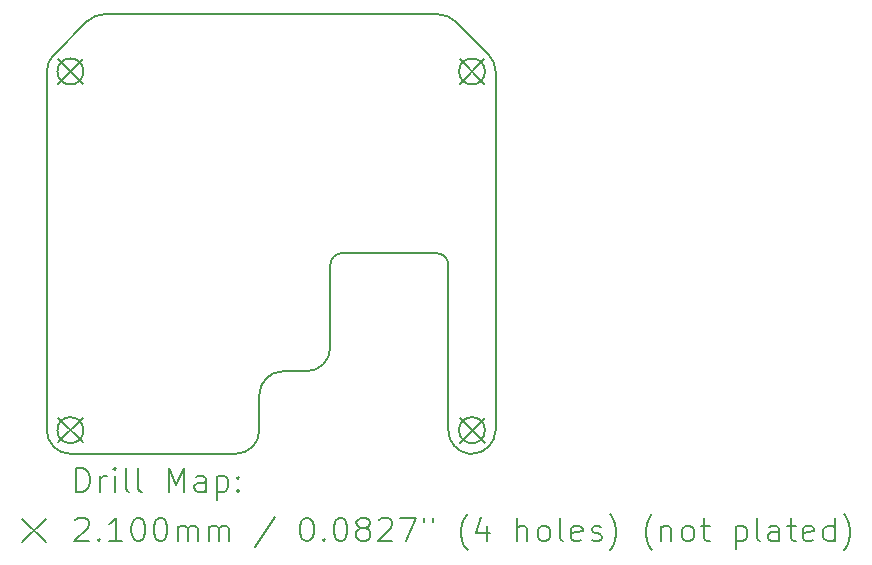
<source format=gbr>
%TF.GenerationSoftware,KiCad,Pcbnew,7.0.11*%
%TF.CreationDate,2025-01-20T01:33:55+09:00*%
%TF.ProjectId,VoltageBooster,566f6c74-6167-4654-926f-6f737465722e,rev?*%
%TF.SameCoordinates,Original*%
%TF.FileFunction,Drillmap*%
%TF.FilePolarity,Positive*%
%FSLAX45Y45*%
G04 Gerber Fmt 4.5, Leading zero omitted, Abs format (unit mm)*
G04 Created by KiCad (PCBNEW 7.0.11) date 2025-01-20 01:33:55*
%MOMM*%
%LPD*%
G01*
G04 APERTURE LIST*
%ADD10C,0.200000*%
%ADD11C,0.210000*%
G04 APERTURE END LIST*
D10*
X17135000Y-11673258D02*
X17135000Y-8636000D01*
X17045000Y-11673258D02*
G75*
G03*
X16825000Y-11673258I-110000J0D01*
G01*
X16825000Y-11673258D02*
G75*
G03*
X17045000Y-11673258I110000J0D01*
G01*
X13676421Y-8211736D02*
X13393579Y-8494579D01*
X16735003Y-11674517D02*
G75*
G03*
X16912600Y-11873258I199997J-3D01*
G01*
X17135000Y-8636000D02*
G75*
G03*
X17076421Y-8494579I-200000J0D01*
G01*
X15835000Y-10174517D02*
X16635000Y-10174517D01*
X15535000Y-11174520D02*
G75*
G03*
X15735000Y-10974517I0J200000D01*
G01*
X13817843Y-8153160D02*
G75*
G03*
X13676421Y-8211736I-3J-200000D01*
G01*
X16652157Y-8153157D02*
X13817843Y-8153157D01*
X13335000Y-8636000D02*
X13335000Y-11673258D01*
X14935000Y-11873260D02*
G75*
G03*
X15135000Y-11673258I0J200000D01*
G01*
X17076421Y-8494579D02*
X16793579Y-8211736D01*
X17045000Y-8636000D02*
G75*
G03*
X16825000Y-8636000I-110000J0D01*
G01*
X16825000Y-8636000D02*
G75*
G03*
X17045000Y-8636000I110000J0D01*
G01*
X16912600Y-11873258D02*
X16935000Y-11873258D01*
X16735003Y-10274517D02*
G75*
G03*
X16635000Y-10174517I-100003J-3D01*
G01*
X16935000Y-11873260D02*
G75*
G03*
X17135000Y-11673258I0J200000D01*
G01*
X13393579Y-8494579D02*
G75*
G03*
X13335000Y-8636000I141421J-141421D01*
G01*
X16793581Y-8211734D02*
G75*
G03*
X16652157Y-8153157I-141421J-141426D01*
G01*
X16735000Y-10274517D02*
X16735000Y-11674517D01*
X13645000Y-8636000D02*
G75*
G03*
X13425000Y-8636000I-110000J0D01*
G01*
X13425000Y-8636000D02*
G75*
G03*
X13645000Y-8636000I110000J0D01*
G01*
X15335000Y-11174517D02*
X15535000Y-11174517D01*
X15135000Y-11673258D02*
X15135000Y-11374517D01*
X15735000Y-10974517D02*
X15735000Y-10274517D01*
X13535000Y-11873258D02*
X14935000Y-11873258D01*
X13335002Y-11673258D02*
G75*
G03*
X13535000Y-11873258I199998J-2D01*
G01*
X15835000Y-10174520D02*
G75*
G03*
X15735000Y-10274517I0J-100000D01*
G01*
X13645000Y-11673258D02*
G75*
G03*
X13425000Y-11673258I-110000J0D01*
G01*
X13425000Y-11673258D02*
G75*
G03*
X13645000Y-11673258I110000J0D01*
G01*
X15335000Y-11174520D02*
G75*
G03*
X15135000Y-11374517I0J-200000D01*
G01*
D11*
X13431000Y-8531000D02*
X13641000Y-8741000D01*
X13641000Y-8531000D02*
X13431000Y-8741000D01*
X13431000Y-11567000D02*
X13641000Y-11777000D01*
X13641000Y-11567000D02*
X13431000Y-11777000D01*
X16830000Y-8530000D02*
X17040000Y-8740000D01*
X17040000Y-8530000D02*
X16830000Y-8740000D01*
X16832000Y-11569000D02*
X17042000Y-11779000D01*
X17042000Y-11569000D02*
X16832000Y-11779000D01*
D10*
X13585777Y-12194742D02*
X13585777Y-11994742D01*
X13585777Y-11994742D02*
X13633396Y-11994742D01*
X13633396Y-11994742D02*
X13661967Y-12004266D01*
X13661967Y-12004266D02*
X13681015Y-12023314D01*
X13681015Y-12023314D02*
X13690539Y-12042361D01*
X13690539Y-12042361D02*
X13700062Y-12080456D01*
X13700062Y-12080456D02*
X13700062Y-12109028D01*
X13700062Y-12109028D02*
X13690539Y-12147123D01*
X13690539Y-12147123D02*
X13681015Y-12166171D01*
X13681015Y-12166171D02*
X13661967Y-12185218D01*
X13661967Y-12185218D02*
X13633396Y-12194742D01*
X13633396Y-12194742D02*
X13585777Y-12194742D01*
X13785777Y-12194742D02*
X13785777Y-12061409D01*
X13785777Y-12099504D02*
X13795301Y-12080456D01*
X13795301Y-12080456D02*
X13804824Y-12070933D01*
X13804824Y-12070933D02*
X13823872Y-12061409D01*
X13823872Y-12061409D02*
X13842920Y-12061409D01*
X13909586Y-12194742D02*
X13909586Y-12061409D01*
X13909586Y-11994742D02*
X13900062Y-12004266D01*
X13900062Y-12004266D02*
X13909586Y-12013790D01*
X13909586Y-12013790D02*
X13919110Y-12004266D01*
X13919110Y-12004266D02*
X13909586Y-11994742D01*
X13909586Y-11994742D02*
X13909586Y-12013790D01*
X14033396Y-12194742D02*
X14014348Y-12185218D01*
X14014348Y-12185218D02*
X14004824Y-12166171D01*
X14004824Y-12166171D02*
X14004824Y-11994742D01*
X14138158Y-12194742D02*
X14119110Y-12185218D01*
X14119110Y-12185218D02*
X14109586Y-12166171D01*
X14109586Y-12166171D02*
X14109586Y-11994742D01*
X14366729Y-12194742D02*
X14366729Y-11994742D01*
X14366729Y-11994742D02*
X14433396Y-12137599D01*
X14433396Y-12137599D02*
X14500062Y-11994742D01*
X14500062Y-11994742D02*
X14500062Y-12194742D01*
X14681015Y-12194742D02*
X14681015Y-12089980D01*
X14681015Y-12089980D02*
X14671491Y-12070933D01*
X14671491Y-12070933D02*
X14652443Y-12061409D01*
X14652443Y-12061409D02*
X14614348Y-12061409D01*
X14614348Y-12061409D02*
X14595301Y-12070933D01*
X14681015Y-12185218D02*
X14661967Y-12194742D01*
X14661967Y-12194742D02*
X14614348Y-12194742D01*
X14614348Y-12194742D02*
X14595301Y-12185218D01*
X14595301Y-12185218D02*
X14585777Y-12166171D01*
X14585777Y-12166171D02*
X14585777Y-12147123D01*
X14585777Y-12147123D02*
X14595301Y-12128075D01*
X14595301Y-12128075D02*
X14614348Y-12118552D01*
X14614348Y-12118552D02*
X14661967Y-12118552D01*
X14661967Y-12118552D02*
X14681015Y-12109028D01*
X14776253Y-12061409D02*
X14776253Y-12261409D01*
X14776253Y-12070933D02*
X14795301Y-12061409D01*
X14795301Y-12061409D02*
X14833396Y-12061409D01*
X14833396Y-12061409D02*
X14852443Y-12070933D01*
X14852443Y-12070933D02*
X14861967Y-12080456D01*
X14861967Y-12080456D02*
X14871491Y-12099504D01*
X14871491Y-12099504D02*
X14871491Y-12156647D01*
X14871491Y-12156647D02*
X14861967Y-12175694D01*
X14861967Y-12175694D02*
X14852443Y-12185218D01*
X14852443Y-12185218D02*
X14833396Y-12194742D01*
X14833396Y-12194742D02*
X14795301Y-12194742D01*
X14795301Y-12194742D02*
X14776253Y-12185218D01*
X14957205Y-12175694D02*
X14966729Y-12185218D01*
X14966729Y-12185218D02*
X14957205Y-12194742D01*
X14957205Y-12194742D02*
X14947682Y-12185218D01*
X14947682Y-12185218D02*
X14957205Y-12175694D01*
X14957205Y-12175694D02*
X14957205Y-12194742D01*
X14957205Y-12070933D02*
X14966729Y-12080456D01*
X14966729Y-12080456D02*
X14957205Y-12089980D01*
X14957205Y-12089980D02*
X14947682Y-12080456D01*
X14947682Y-12080456D02*
X14957205Y-12070933D01*
X14957205Y-12070933D02*
X14957205Y-12089980D01*
X13125000Y-12423258D02*
X13325000Y-12623258D01*
X13325000Y-12423258D02*
X13125000Y-12623258D01*
X13576253Y-12433790D02*
X13585777Y-12424266D01*
X13585777Y-12424266D02*
X13604824Y-12414742D01*
X13604824Y-12414742D02*
X13652443Y-12414742D01*
X13652443Y-12414742D02*
X13671491Y-12424266D01*
X13671491Y-12424266D02*
X13681015Y-12433790D01*
X13681015Y-12433790D02*
X13690539Y-12452837D01*
X13690539Y-12452837D02*
X13690539Y-12471885D01*
X13690539Y-12471885D02*
X13681015Y-12500456D01*
X13681015Y-12500456D02*
X13566729Y-12614742D01*
X13566729Y-12614742D02*
X13690539Y-12614742D01*
X13776253Y-12595694D02*
X13785777Y-12605218D01*
X13785777Y-12605218D02*
X13776253Y-12614742D01*
X13776253Y-12614742D02*
X13766729Y-12605218D01*
X13766729Y-12605218D02*
X13776253Y-12595694D01*
X13776253Y-12595694D02*
X13776253Y-12614742D01*
X13976253Y-12614742D02*
X13861967Y-12614742D01*
X13919110Y-12614742D02*
X13919110Y-12414742D01*
X13919110Y-12414742D02*
X13900062Y-12443314D01*
X13900062Y-12443314D02*
X13881015Y-12462361D01*
X13881015Y-12462361D02*
X13861967Y-12471885D01*
X14100062Y-12414742D02*
X14119110Y-12414742D01*
X14119110Y-12414742D02*
X14138158Y-12424266D01*
X14138158Y-12424266D02*
X14147682Y-12433790D01*
X14147682Y-12433790D02*
X14157205Y-12452837D01*
X14157205Y-12452837D02*
X14166729Y-12490933D01*
X14166729Y-12490933D02*
X14166729Y-12538552D01*
X14166729Y-12538552D02*
X14157205Y-12576647D01*
X14157205Y-12576647D02*
X14147682Y-12595694D01*
X14147682Y-12595694D02*
X14138158Y-12605218D01*
X14138158Y-12605218D02*
X14119110Y-12614742D01*
X14119110Y-12614742D02*
X14100062Y-12614742D01*
X14100062Y-12614742D02*
X14081015Y-12605218D01*
X14081015Y-12605218D02*
X14071491Y-12595694D01*
X14071491Y-12595694D02*
X14061967Y-12576647D01*
X14061967Y-12576647D02*
X14052443Y-12538552D01*
X14052443Y-12538552D02*
X14052443Y-12490933D01*
X14052443Y-12490933D02*
X14061967Y-12452837D01*
X14061967Y-12452837D02*
X14071491Y-12433790D01*
X14071491Y-12433790D02*
X14081015Y-12424266D01*
X14081015Y-12424266D02*
X14100062Y-12414742D01*
X14290539Y-12414742D02*
X14309586Y-12414742D01*
X14309586Y-12414742D02*
X14328634Y-12424266D01*
X14328634Y-12424266D02*
X14338158Y-12433790D01*
X14338158Y-12433790D02*
X14347682Y-12452837D01*
X14347682Y-12452837D02*
X14357205Y-12490933D01*
X14357205Y-12490933D02*
X14357205Y-12538552D01*
X14357205Y-12538552D02*
X14347682Y-12576647D01*
X14347682Y-12576647D02*
X14338158Y-12595694D01*
X14338158Y-12595694D02*
X14328634Y-12605218D01*
X14328634Y-12605218D02*
X14309586Y-12614742D01*
X14309586Y-12614742D02*
X14290539Y-12614742D01*
X14290539Y-12614742D02*
X14271491Y-12605218D01*
X14271491Y-12605218D02*
X14261967Y-12595694D01*
X14261967Y-12595694D02*
X14252443Y-12576647D01*
X14252443Y-12576647D02*
X14242920Y-12538552D01*
X14242920Y-12538552D02*
X14242920Y-12490933D01*
X14242920Y-12490933D02*
X14252443Y-12452837D01*
X14252443Y-12452837D02*
X14261967Y-12433790D01*
X14261967Y-12433790D02*
X14271491Y-12424266D01*
X14271491Y-12424266D02*
X14290539Y-12414742D01*
X14442920Y-12614742D02*
X14442920Y-12481409D01*
X14442920Y-12500456D02*
X14452443Y-12490933D01*
X14452443Y-12490933D02*
X14471491Y-12481409D01*
X14471491Y-12481409D02*
X14500063Y-12481409D01*
X14500063Y-12481409D02*
X14519110Y-12490933D01*
X14519110Y-12490933D02*
X14528634Y-12509980D01*
X14528634Y-12509980D02*
X14528634Y-12614742D01*
X14528634Y-12509980D02*
X14538158Y-12490933D01*
X14538158Y-12490933D02*
X14557205Y-12481409D01*
X14557205Y-12481409D02*
X14585777Y-12481409D01*
X14585777Y-12481409D02*
X14604824Y-12490933D01*
X14604824Y-12490933D02*
X14614348Y-12509980D01*
X14614348Y-12509980D02*
X14614348Y-12614742D01*
X14709586Y-12614742D02*
X14709586Y-12481409D01*
X14709586Y-12500456D02*
X14719110Y-12490933D01*
X14719110Y-12490933D02*
X14738158Y-12481409D01*
X14738158Y-12481409D02*
X14766729Y-12481409D01*
X14766729Y-12481409D02*
X14785777Y-12490933D01*
X14785777Y-12490933D02*
X14795301Y-12509980D01*
X14795301Y-12509980D02*
X14795301Y-12614742D01*
X14795301Y-12509980D02*
X14804824Y-12490933D01*
X14804824Y-12490933D02*
X14823872Y-12481409D01*
X14823872Y-12481409D02*
X14852443Y-12481409D01*
X14852443Y-12481409D02*
X14871491Y-12490933D01*
X14871491Y-12490933D02*
X14881015Y-12509980D01*
X14881015Y-12509980D02*
X14881015Y-12614742D01*
X15271491Y-12405218D02*
X15100063Y-12662361D01*
X15528634Y-12414742D02*
X15547682Y-12414742D01*
X15547682Y-12414742D02*
X15566729Y-12424266D01*
X15566729Y-12424266D02*
X15576253Y-12433790D01*
X15576253Y-12433790D02*
X15585777Y-12452837D01*
X15585777Y-12452837D02*
X15595301Y-12490933D01*
X15595301Y-12490933D02*
X15595301Y-12538552D01*
X15595301Y-12538552D02*
X15585777Y-12576647D01*
X15585777Y-12576647D02*
X15576253Y-12595694D01*
X15576253Y-12595694D02*
X15566729Y-12605218D01*
X15566729Y-12605218D02*
X15547682Y-12614742D01*
X15547682Y-12614742D02*
X15528634Y-12614742D01*
X15528634Y-12614742D02*
X15509586Y-12605218D01*
X15509586Y-12605218D02*
X15500063Y-12595694D01*
X15500063Y-12595694D02*
X15490539Y-12576647D01*
X15490539Y-12576647D02*
X15481015Y-12538552D01*
X15481015Y-12538552D02*
X15481015Y-12490933D01*
X15481015Y-12490933D02*
X15490539Y-12452837D01*
X15490539Y-12452837D02*
X15500063Y-12433790D01*
X15500063Y-12433790D02*
X15509586Y-12424266D01*
X15509586Y-12424266D02*
X15528634Y-12414742D01*
X15681015Y-12595694D02*
X15690539Y-12605218D01*
X15690539Y-12605218D02*
X15681015Y-12614742D01*
X15681015Y-12614742D02*
X15671491Y-12605218D01*
X15671491Y-12605218D02*
X15681015Y-12595694D01*
X15681015Y-12595694D02*
X15681015Y-12614742D01*
X15814348Y-12414742D02*
X15833396Y-12414742D01*
X15833396Y-12414742D02*
X15852444Y-12424266D01*
X15852444Y-12424266D02*
X15861967Y-12433790D01*
X15861967Y-12433790D02*
X15871491Y-12452837D01*
X15871491Y-12452837D02*
X15881015Y-12490933D01*
X15881015Y-12490933D02*
X15881015Y-12538552D01*
X15881015Y-12538552D02*
X15871491Y-12576647D01*
X15871491Y-12576647D02*
X15861967Y-12595694D01*
X15861967Y-12595694D02*
X15852444Y-12605218D01*
X15852444Y-12605218D02*
X15833396Y-12614742D01*
X15833396Y-12614742D02*
X15814348Y-12614742D01*
X15814348Y-12614742D02*
X15795301Y-12605218D01*
X15795301Y-12605218D02*
X15785777Y-12595694D01*
X15785777Y-12595694D02*
X15776253Y-12576647D01*
X15776253Y-12576647D02*
X15766729Y-12538552D01*
X15766729Y-12538552D02*
X15766729Y-12490933D01*
X15766729Y-12490933D02*
X15776253Y-12452837D01*
X15776253Y-12452837D02*
X15785777Y-12433790D01*
X15785777Y-12433790D02*
X15795301Y-12424266D01*
X15795301Y-12424266D02*
X15814348Y-12414742D01*
X15995301Y-12500456D02*
X15976253Y-12490933D01*
X15976253Y-12490933D02*
X15966729Y-12481409D01*
X15966729Y-12481409D02*
X15957206Y-12462361D01*
X15957206Y-12462361D02*
X15957206Y-12452837D01*
X15957206Y-12452837D02*
X15966729Y-12433790D01*
X15966729Y-12433790D02*
X15976253Y-12424266D01*
X15976253Y-12424266D02*
X15995301Y-12414742D01*
X15995301Y-12414742D02*
X16033396Y-12414742D01*
X16033396Y-12414742D02*
X16052444Y-12424266D01*
X16052444Y-12424266D02*
X16061967Y-12433790D01*
X16061967Y-12433790D02*
X16071491Y-12452837D01*
X16071491Y-12452837D02*
X16071491Y-12462361D01*
X16071491Y-12462361D02*
X16061967Y-12481409D01*
X16061967Y-12481409D02*
X16052444Y-12490933D01*
X16052444Y-12490933D02*
X16033396Y-12500456D01*
X16033396Y-12500456D02*
X15995301Y-12500456D01*
X15995301Y-12500456D02*
X15976253Y-12509980D01*
X15976253Y-12509980D02*
X15966729Y-12519504D01*
X15966729Y-12519504D02*
X15957206Y-12538552D01*
X15957206Y-12538552D02*
X15957206Y-12576647D01*
X15957206Y-12576647D02*
X15966729Y-12595694D01*
X15966729Y-12595694D02*
X15976253Y-12605218D01*
X15976253Y-12605218D02*
X15995301Y-12614742D01*
X15995301Y-12614742D02*
X16033396Y-12614742D01*
X16033396Y-12614742D02*
X16052444Y-12605218D01*
X16052444Y-12605218D02*
X16061967Y-12595694D01*
X16061967Y-12595694D02*
X16071491Y-12576647D01*
X16071491Y-12576647D02*
X16071491Y-12538552D01*
X16071491Y-12538552D02*
X16061967Y-12519504D01*
X16061967Y-12519504D02*
X16052444Y-12509980D01*
X16052444Y-12509980D02*
X16033396Y-12500456D01*
X16147682Y-12433790D02*
X16157206Y-12424266D01*
X16157206Y-12424266D02*
X16176253Y-12414742D01*
X16176253Y-12414742D02*
X16223872Y-12414742D01*
X16223872Y-12414742D02*
X16242920Y-12424266D01*
X16242920Y-12424266D02*
X16252444Y-12433790D01*
X16252444Y-12433790D02*
X16261967Y-12452837D01*
X16261967Y-12452837D02*
X16261967Y-12471885D01*
X16261967Y-12471885D02*
X16252444Y-12500456D01*
X16252444Y-12500456D02*
X16138158Y-12614742D01*
X16138158Y-12614742D02*
X16261967Y-12614742D01*
X16328634Y-12414742D02*
X16461967Y-12414742D01*
X16461967Y-12414742D02*
X16376253Y-12614742D01*
X16528634Y-12414742D02*
X16528634Y-12452837D01*
X16604825Y-12414742D02*
X16604825Y-12452837D01*
X16900063Y-12690933D02*
X16890539Y-12681409D01*
X16890539Y-12681409D02*
X16871491Y-12652837D01*
X16871491Y-12652837D02*
X16861968Y-12633790D01*
X16861968Y-12633790D02*
X16852444Y-12605218D01*
X16852444Y-12605218D02*
X16842920Y-12557599D01*
X16842920Y-12557599D02*
X16842920Y-12519504D01*
X16842920Y-12519504D02*
X16852444Y-12471885D01*
X16852444Y-12471885D02*
X16861968Y-12443314D01*
X16861968Y-12443314D02*
X16871491Y-12424266D01*
X16871491Y-12424266D02*
X16890539Y-12395694D01*
X16890539Y-12395694D02*
X16900063Y-12386171D01*
X17061968Y-12481409D02*
X17061968Y-12614742D01*
X17014349Y-12405218D02*
X16966730Y-12548075D01*
X16966730Y-12548075D02*
X17090539Y-12548075D01*
X17319111Y-12614742D02*
X17319111Y-12414742D01*
X17404825Y-12614742D02*
X17404825Y-12509980D01*
X17404825Y-12509980D02*
X17395301Y-12490933D01*
X17395301Y-12490933D02*
X17376253Y-12481409D01*
X17376253Y-12481409D02*
X17347682Y-12481409D01*
X17347682Y-12481409D02*
X17328634Y-12490933D01*
X17328634Y-12490933D02*
X17319111Y-12500456D01*
X17528634Y-12614742D02*
X17509587Y-12605218D01*
X17509587Y-12605218D02*
X17500063Y-12595694D01*
X17500063Y-12595694D02*
X17490539Y-12576647D01*
X17490539Y-12576647D02*
X17490539Y-12519504D01*
X17490539Y-12519504D02*
X17500063Y-12500456D01*
X17500063Y-12500456D02*
X17509587Y-12490933D01*
X17509587Y-12490933D02*
X17528634Y-12481409D01*
X17528634Y-12481409D02*
X17557206Y-12481409D01*
X17557206Y-12481409D02*
X17576253Y-12490933D01*
X17576253Y-12490933D02*
X17585777Y-12500456D01*
X17585777Y-12500456D02*
X17595301Y-12519504D01*
X17595301Y-12519504D02*
X17595301Y-12576647D01*
X17595301Y-12576647D02*
X17585777Y-12595694D01*
X17585777Y-12595694D02*
X17576253Y-12605218D01*
X17576253Y-12605218D02*
X17557206Y-12614742D01*
X17557206Y-12614742D02*
X17528634Y-12614742D01*
X17709587Y-12614742D02*
X17690539Y-12605218D01*
X17690539Y-12605218D02*
X17681015Y-12586171D01*
X17681015Y-12586171D02*
X17681015Y-12414742D01*
X17861968Y-12605218D02*
X17842920Y-12614742D01*
X17842920Y-12614742D02*
X17804825Y-12614742D01*
X17804825Y-12614742D02*
X17785777Y-12605218D01*
X17785777Y-12605218D02*
X17776253Y-12586171D01*
X17776253Y-12586171D02*
X17776253Y-12509980D01*
X17776253Y-12509980D02*
X17785777Y-12490933D01*
X17785777Y-12490933D02*
X17804825Y-12481409D01*
X17804825Y-12481409D02*
X17842920Y-12481409D01*
X17842920Y-12481409D02*
X17861968Y-12490933D01*
X17861968Y-12490933D02*
X17871492Y-12509980D01*
X17871492Y-12509980D02*
X17871492Y-12529028D01*
X17871492Y-12529028D02*
X17776253Y-12548075D01*
X17947682Y-12605218D02*
X17966730Y-12614742D01*
X17966730Y-12614742D02*
X18004825Y-12614742D01*
X18004825Y-12614742D02*
X18023873Y-12605218D01*
X18023873Y-12605218D02*
X18033396Y-12586171D01*
X18033396Y-12586171D02*
X18033396Y-12576647D01*
X18033396Y-12576647D02*
X18023873Y-12557599D01*
X18023873Y-12557599D02*
X18004825Y-12548075D01*
X18004825Y-12548075D02*
X17976253Y-12548075D01*
X17976253Y-12548075D02*
X17957206Y-12538552D01*
X17957206Y-12538552D02*
X17947682Y-12519504D01*
X17947682Y-12519504D02*
X17947682Y-12509980D01*
X17947682Y-12509980D02*
X17957206Y-12490933D01*
X17957206Y-12490933D02*
X17976253Y-12481409D01*
X17976253Y-12481409D02*
X18004825Y-12481409D01*
X18004825Y-12481409D02*
X18023873Y-12490933D01*
X18100063Y-12690933D02*
X18109587Y-12681409D01*
X18109587Y-12681409D02*
X18128634Y-12652837D01*
X18128634Y-12652837D02*
X18138158Y-12633790D01*
X18138158Y-12633790D02*
X18147682Y-12605218D01*
X18147682Y-12605218D02*
X18157206Y-12557599D01*
X18157206Y-12557599D02*
X18157206Y-12519504D01*
X18157206Y-12519504D02*
X18147682Y-12471885D01*
X18147682Y-12471885D02*
X18138158Y-12443314D01*
X18138158Y-12443314D02*
X18128634Y-12424266D01*
X18128634Y-12424266D02*
X18109587Y-12395694D01*
X18109587Y-12395694D02*
X18100063Y-12386171D01*
X18461968Y-12690933D02*
X18452444Y-12681409D01*
X18452444Y-12681409D02*
X18433396Y-12652837D01*
X18433396Y-12652837D02*
X18423873Y-12633790D01*
X18423873Y-12633790D02*
X18414349Y-12605218D01*
X18414349Y-12605218D02*
X18404825Y-12557599D01*
X18404825Y-12557599D02*
X18404825Y-12519504D01*
X18404825Y-12519504D02*
X18414349Y-12471885D01*
X18414349Y-12471885D02*
X18423873Y-12443314D01*
X18423873Y-12443314D02*
X18433396Y-12424266D01*
X18433396Y-12424266D02*
X18452444Y-12395694D01*
X18452444Y-12395694D02*
X18461968Y-12386171D01*
X18538158Y-12481409D02*
X18538158Y-12614742D01*
X18538158Y-12500456D02*
X18547682Y-12490933D01*
X18547682Y-12490933D02*
X18566730Y-12481409D01*
X18566730Y-12481409D02*
X18595301Y-12481409D01*
X18595301Y-12481409D02*
X18614349Y-12490933D01*
X18614349Y-12490933D02*
X18623873Y-12509980D01*
X18623873Y-12509980D02*
X18623873Y-12614742D01*
X18747682Y-12614742D02*
X18728634Y-12605218D01*
X18728634Y-12605218D02*
X18719111Y-12595694D01*
X18719111Y-12595694D02*
X18709587Y-12576647D01*
X18709587Y-12576647D02*
X18709587Y-12519504D01*
X18709587Y-12519504D02*
X18719111Y-12500456D01*
X18719111Y-12500456D02*
X18728634Y-12490933D01*
X18728634Y-12490933D02*
X18747682Y-12481409D01*
X18747682Y-12481409D02*
X18776254Y-12481409D01*
X18776254Y-12481409D02*
X18795301Y-12490933D01*
X18795301Y-12490933D02*
X18804825Y-12500456D01*
X18804825Y-12500456D02*
X18814349Y-12519504D01*
X18814349Y-12519504D02*
X18814349Y-12576647D01*
X18814349Y-12576647D02*
X18804825Y-12595694D01*
X18804825Y-12595694D02*
X18795301Y-12605218D01*
X18795301Y-12605218D02*
X18776254Y-12614742D01*
X18776254Y-12614742D02*
X18747682Y-12614742D01*
X18871492Y-12481409D02*
X18947682Y-12481409D01*
X18900063Y-12414742D02*
X18900063Y-12586171D01*
X18900063Y-12586171D02*
X18909587Y-12605218D01*
X18909587Y-12605218D02*
X18928634Y-12614742D01*
X18928634Y-12614742D02*
X18947682Y-12614742D01*
X19166730Y-12481409D02*
X19166730Y-12681409D01*
X19166730Y-12490933D02*
X19185777Y-12481409D01*
X19185777Y-12481409D02*
X19223873Y-12481409D01*
X19223873Y-12481409D02*
X19242920Y-12490933D01*
X19242920Y-12490933D02*
X19252444Y-12500456D01*
X19252444Y-12500456D02*
X19261968Y-12519504D01*
X19261968Y-12519504D02*
X19261968Y-12576647D01*
X19261968Y-12576647D02*
X19252444Y-12595694D01*
X19252444Y-12595694D02*
X19242920Y-12605218D01*
X19242920Y-12605218D02*
X19223873Y-12614742D01*
X19223873Y-12614742D02*
X19185777Y-12614742D01*
X19185777Y-12614742D02*
X19166730Y-12605218D01*
X19376254Y-12614742D02*
X19357206Y-12605218D01*
X19357206Y-12605218D02*
X19347682Y-12586171D01*
X19347682Y-12586171D02*
X19347682Y-12414742D01*
X19538158Y-12614742D02*
X19538158Y-12509980D01*
X19538158Y-12509980D02*
X19528635Y-12490933D01*
X19528635Y-12490933D02*
X19509587Y-12481409D01*
X19509587Y-12481409D02*
X19471492Y-12481409D01*
X19471492Y-12481409D02*
X19452444Y-12490933D01*
X19538158Y-12605218D02*
X19519111Y-12614742D01*
X19519111Y-12614742D02*
X19471492Y-12614742D01*
X19471492Y-12614742D02*
X19452444Y-12605218D01*
X19452444Y-12605218D02*
X19442920Y-12586171D01*
X19442920Y-12586171D02*
X19442920Y-12567123D01*
X19442920Y-12567123D02*
X19452444Y-12548075D01*
X19452444Y-12548075D02*
X19471492Y-12538552D01*
X19471492Y-12538552D02*
X19519111Y-12538552D01*
X19519111Y-12538552D02*
X19538158Y-12529028D01*
X19604825Y-12481409D02*
X19681015Y-12481409D01*
X19633396Y-12414742D02*
X19633396Y-12586171D01*
X19633396Y-12586171D02*
X19642920Y-12605218D01*
X19642920Y-12605218D02*
X19661968Y-12614742D01*
X19661968Y-12614742D02*
X19681015Y-12614742D01*
X19823873Y-12605218D02*
X19804825Y-12614742D01*
X19804825Y-12614742D02*
X19766730Y-12614742D01*
X19766730Y-12614742D02*
X19747682Y-12605218D01*
X19747682Y-12605218D02*
X19738158Y-12586171D01*
X19738158Y-12586171D02*
X19738158Y-12509980D01*
X19738158Y-12509980D02*
X19747682Y-12490933D01*
X19747682Y-12490933D02*
X19766730Y-12481409D01*
X19766730Y-12481409D02*
X19804825Y-12481409D01*
X19804825Y-12481409D02*
X19823873Y-12490933D01*
X19823873Y-12490933D02*
X19833396Y-12509980D01*
X19833396Y-12509980D02*
X19833396Y-12529028D01*
X19833396Y-12529028D02*
X19738158Y-12548075D01*
X20004825Y-12614742D02*
X20004825Y-12414742D01*
X20004825Y-12605218D02*
X19985777Y-12614742D01*
X19985777Y-12614742D02*
X19947682Y-12614742D01*
X19947682Y-12614742D02*
X19928635Y-12605218D01*
X19928635Y-12605218D02*
X19919111Y-12595694D01*
X19919111Y-12595694D02*
X19909587Y-12576647D01*
X19909587Y-12576647D02*
X19909587Y-12519504D01*
X19909587Y-12519504D02*
X19919111Y-12500456D01*
X19919111Y-12500456D02*
X19928635Y-12490933D01*
X19928635Y-12490933D02*
X19947682Y-12481409D01*
X19947682Y-12481409D02*
X19985777Y-12481409D01*
X19985777Y-12481409D02*
X20004825Y-12490933D01*
X20081016Y-12690933D02*
X20090539Y-12681409D01*
X20090539Y-12681409D02*
X20109587Y-12652837D01*
X20109587Y-12652837D02*
X20119111Y-12633790D01*
X20119111Y-12633790D02*
X20128635Y-12605218D01*
X20128635Y-12605218D02*
X20138158Y-12557599D01*
X20138158Y-12557599D02*
X20138158Y-12519504D01*
X20138158Y-12519504D02*
X20128635Y-12471885D01*
X20128635Y-12471885D02*
X20119111Y-12443314D01*
X20119111Y-12443314D02*
X20109587Y-12424266D01*
X20109587Y-12424266D02*
X20090539Y-12395694D01*
X20090539Y-12395694D02*
X20081016Y-12386171D01*
M02*

</source>
